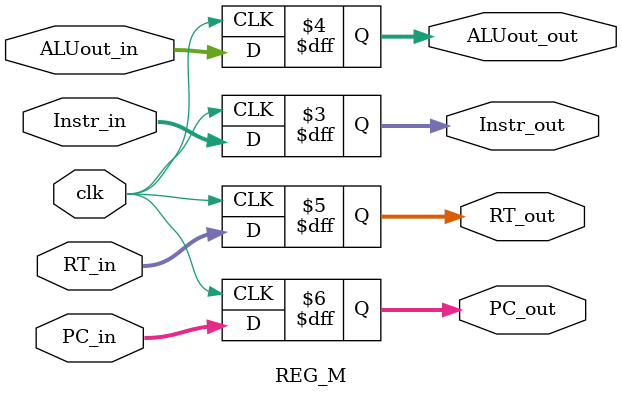
<source format=v>
`timescale 1ns / 1ps
`include"CTRL.v"
module REG_M(clk, Instr_in, ALUout_in, RT_in,PC_in ,Instr_out, ALUout_out, RT_out,PC_out);
    input clk;
    input [31:0] Instr_in;
    input [31:0] ALUout_in;
    input [31:0] RT_in;
	 input [31:0] PC_in;
    output reg [31:0] Instr_out;
    output reg [31:0] ALUout_out;
    output reg [31:0] RT_out;
	 output reg [31:0] PC_out;
	 initial begin
        Instr_out=0;
        ALUout_out=0;
        RT_out=0;
		  PC_out=0;
    end

    always@(posedge clk) begin
        Instr_out<=Instr_in;
        ALUout_out<=ALUout_in;
        RT_out<=RT_in;
		  PC_out=PC_in;
    end
    
    
endmodule

</source>
